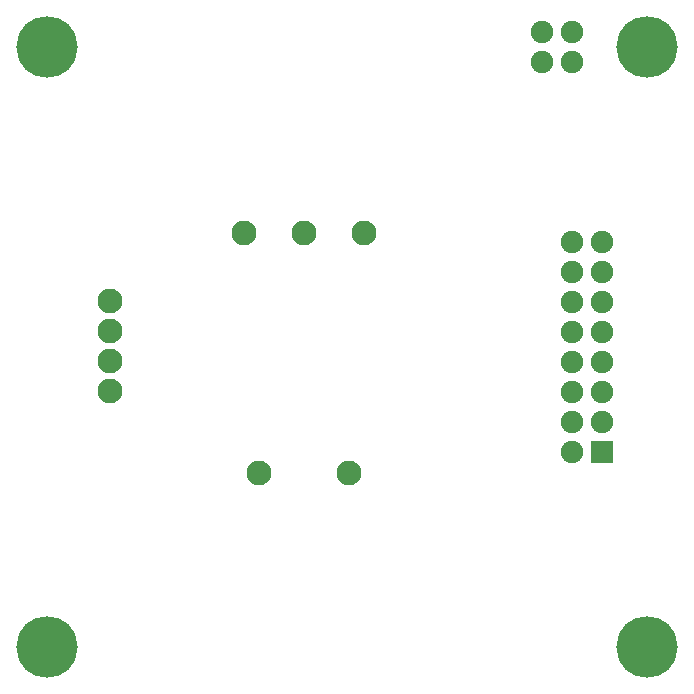
<source format=gbs>
G04 Layer: BottomSolderMaskLayer*
G04 EasyEDA v6.5.32, 2023-07-25 14:04:49*
G04 c8ab560ed44a410f903f0410a66912ea,5a6b42c53f6a479593ecc07194224c93,10*
G04 Gerber Generator version 0.2*
G04 Scale: 100 percent, Rotated: No, Reflected: No *
G04 Dimensions in millimeters *
G04 leading zeros omitted , absolute positions ,4 integer and 5 decimal *
%FSLAX45Y45*%
%MOMM*%

%AMMACRO1*1,1,$1,$2,$3*1,1,$1,$4,$5*1,1,$1,0-$2,0-$3*1,1,$1,0-$4,0-$5*20,1,$1,$2,$3,$4,$5,0*20,1,$1,$4,$5,0-$2,0-$3,0*20,1,$1,0-$2,0-$3,0-$4,0-$5,0*20,1,$1,0-$4,0-$5,$2,$3,0*4,1,4,$2,$3,$4,$5,0-$2,0-$3,0-$4,0-$5,$2,$3,0*%
%ADD10MACRO1,0.1016X-0.9X-0.9X-0.9X0.9*%
%ADD11C,1.9016*%
%ADD12C,5.2032*%
%ADD13C,2.1016*%

%LPD*%
D10*
G01*
X5079989Y2031994D03*
D11*
G01*
X4826000Y2032000D03*
G01*
X5080000Y2286000D03*
G01*
X4826000Y2286000D03*
G01*
X5080000Y2540000D03*
G01*
X4826000Y2540000D03*
G01*
X5080000Y2794000D03*
G01*
X4826000Y2794000D03*
G01*
X5080000Y3048000D03*
G01*
X4826000Y3048000D03*
G01*
X5080000Y3302000D03*
G01*
X4826000Y3302000D03*
G01*
X5080000Y3556000D03*
G01*
X4826000Y3556000D03*
G01*
X5080000Y3810000D03*
G01*
X4826000Y3810000D03*
D12*
G01*
X381000Y5461000D03*
G01*
X5461000Y5461000D03*
G01*
X5461000Y381000D03*
G01*
X381000Y381000D03*
D11*
G01*
X4826000Y5588000D03*
G01*
X4826000Y5334000D03*
G01*
X4572000Y5334000D03*
G01*
X4572000Y5588000D03*
D13*
G01*
X910818Y2799714D03*
G01*
X910818Y3053714D03*
G01*
X910818Y3307714D03*
G01*
X910818Y2545714D03*
G01*
X2044700Y3886200D03*
G01*
X3060700Y3886200D03*
G01*
X2552700Y3886200D03*
G01*
X2933700Y1854200D03*
G01*
X2171700Y1854200D03*
M02*

</source>
